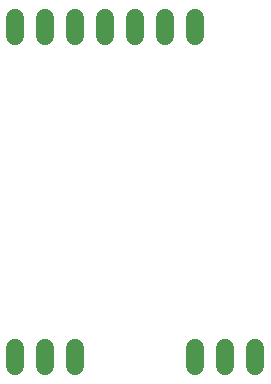
<source format=gbr>
G04 EAGLE Gerber RS-274X export*
G75*
%MOMM*%
%FSLAX34Y34*%
%LPD*%
%INTop Copper*%
%IPPOS*%
%AMOC8*
5,1,8,0,0,1.08239X$1,22.5*%
G01*
%ADD10C,1.524000*%


D10*
X63500Y198120D02*
X63500Y182880D01*
X88900Y182880D02*
X88900Y198120D01*
X114300Y198120D02*
X114300Y182880D01*
X266700Y182880D02*
X266700Y198120D01*
X241300Y198120D02*
X241300Y182880D01*
X215900Y182880D02*
X215900Y198120D01*
X215900Y462280D02*
X215900Y477520D01*
X190500Y477520D02*
X190500Y462280D01*
X165100Y462280D02*
X165100Y477520D01*
X139700Y477520D02*
X139700Y462280D01*
X114300Y462280D02*
X114300Y477520D01*
X88900Y477520D02*
X88900Y462280D01*
X63500Y462280D02*
X63500Y477520D01*
M02*

</source>
